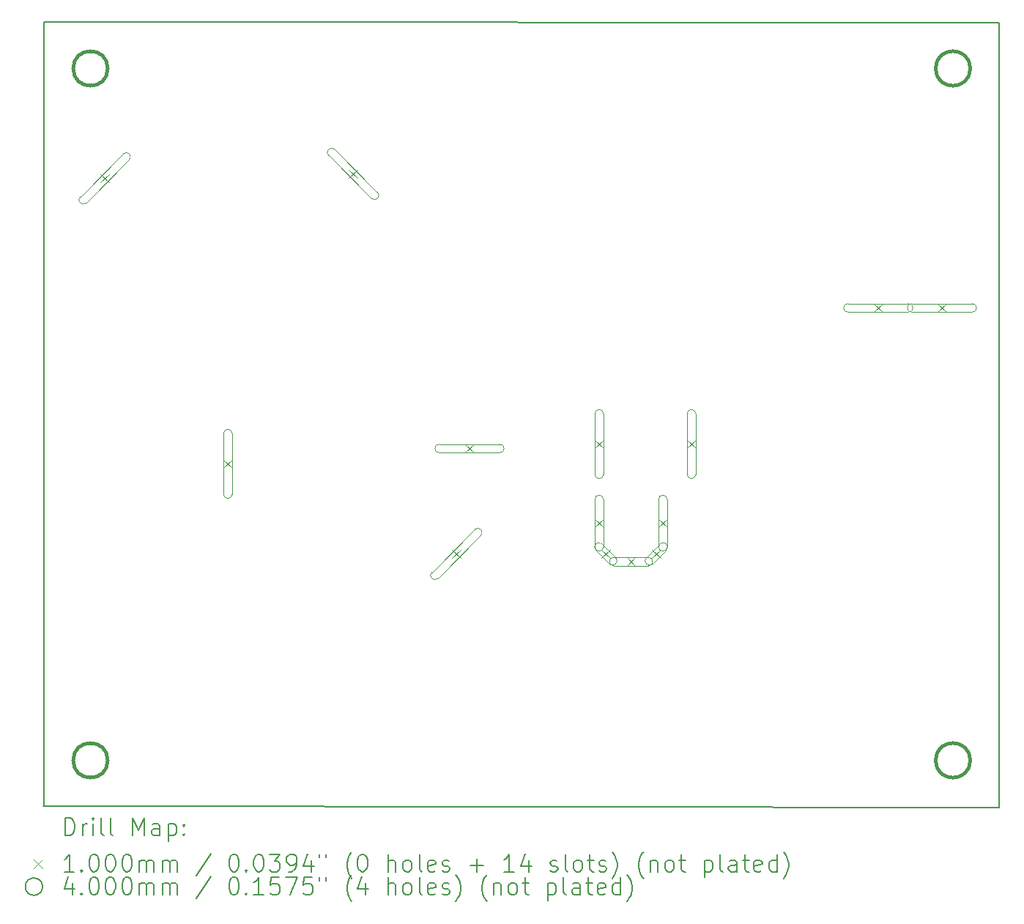
<source format=gbr>
%TF.GenerationSoftware,KiCad,Pcbnew,8.0.4-8.0.4-0~ubuntu22.04.1*%
%TF.CreationDate,2024-08-04T23:41:11-03:00*%
%TF.ProjectId,tesla_smps,7465736c-615f-4736-9d70-732e6b696361,0.2.0*%
%TF.SameCoordinates,Original*%
%TF.FileFunction,Drillmap*%
%TF.FilePolarity,Positive*%
%FSLAX45Y45*%
G04 Gerber Fmt 4.5, Leading zero omitted, Abs format (unit mm)*
G04 Created by KiCad (PCBNEW 8.0.4-8.0.4-0~ubuntu22.04.1) date 2024-08-04 23:41:11*
%MOMM*%
%LPD*%
G01*
G04 APERTURE LIST*
%ADD10C,0.150000*%
%ADD11C,0.200000*%
%ADD12C,0.100000*%
%ADD13C,0.400000*%
G04 APERTURE END LIST*
D10*
X18818860Y-5951220D02*
X7785100Y-5943600D01*
X18821400Y-15021560D02*
X18818860Y-5948680D01*
X7782560Y-5951220D02*
X7777480Y-15006320D01*
X8453120Y-15008860D02*
X7772400Y-15008860D01*
X18821400Y-15026640D02*
X8453120Y-15008860D01*
D11*
D12*
X8433600Y-7697000D02*
X8533600Y-7797000D01*
X8533600Y-7697000D02*
X8433600Y-7797000D01*
X8271468Y-8029843D02*
X8766443Y-7534868D01*
X8695732Y-7464157D02*
G75*
G02*
X8766443Y-7534868I35355J-35355D01*
G01*
X8695732Y-7464157D02*
X8200757Y-7959132D01*
X8200757Y-7959132D02*
G75*
G03*
X8271468Y-8029843I35355J-35355D01*
G01*
X9856000Y-10999000D02*
X9956000Y-11099000D01*
X9956000Y-10999000D02*
X9856000Y-11099000D01*
X9956000Y-11399000D02*
X9956000Y-10699000D01*
X9856000Y-10699000D02*
G75*
G02*
X9956000Y-10699000I50000J0D01*
G01*
X9856000Y-10699000D02*
X9856000Y-11399000D01*
X9856000Y-11399000D02*
G75*
G03*
X9956000Y-11399000I50000J0D01*
G01*
X11303800Y-7646200D02*
X11403800Y-7746200D01*
X11403800Y-7646200D02*
X11303800Y-7746200D01*
X11070957Y-7484068D02*
X11565932Y-7979043D01*
X11636643Y-7908332D02*
G75*
G02*
X11565932Y-7979043I-35355J-35355D01*
G01*
X11636643Y-7908332D02*
X11141668Y-7413357D01*
X11141668Y-7413357D02*
G75*
G03*
X11070957Y-7484068I-35355J-35355D01*
G01*
X12497600Y-12040400D02*
X12597600Y-12140400D01*
X12597600Y-12040400D02*
X12497600Y-12140400D01*
X12335468Y-12373243D02*
X12830443Y-11878268D01*
X12759732Y-11807557D02*
G75*
G02*
X12830443Y-11878268I35355J-35355D01*
G01*
X12759732Y-11807557D02*
X12264757Y-12302532D01*
X12264757Y-12302532D02*
G75*
G03*
X12335468Y-12373243I35355J-35355D01*
G01*
X12650000Y-10821200D02*
X12750000Y-10921200D01*
X12750000Y-10821200D02*
X12650000Y-10921200D01*
X12350000Y-10921200D02*
X13050000Y-10921200D01*
X13050000Y-10821200D02*
G75*
G02*
X13050000Y-10921200I0J-50000D01*
G01*
X13050000Y-10821200D02*
X12350000Y-10821200D01*
X12350000Y-10821200D02*
G75*
G03*
X12350000Y-10921200I0J-50000D01*
G01*
X14148600Y-10770400D02*
X14248600Y-10870400D01*
X14248600Y-10770400D02*
X14148600Y-10870400D01*
X14148600Y-10470400D02*
X14148600Y-11170400D01*
X14248600Y-11170400D02*
G75*
G02*
X14148600Y-11170400I-50000J0D01*
G01*
X14248600Y-11170400D02*
X14248600Y-10470400D01*
X14248600Y-10470400D02*
G75*
G03*
X14148600Y-10470400I-50000J0D01*
G01*
X14148600Y-11684800D02*
X14248600Y-11784800D01*
X14248600Y-11684800D02*
X14148600Y-11784800D01*
X14248600Y-12009800D02*
X14248600Y-11459800D01*
X14148600Y-11459800D02*
G75*
G02*
X14248600Y-11459800I50000J0D01*
G01*
X14148600Y-11459800D02*
X14148600Y-12009800D01*
X14148600Y-12009800D02*
G75*
G03*
X14248600Y-12009800I50000J0D01*
G01*
X14224800Y-12040400D02*
X14324800Y-12140400D01*
X14324800Y-12040400D02*
X14224800Y-12140400D01*
X14389705Y-12134594D02*
X14230606Y-11975495D01*
X14159895Y-12046206D02*
G75*
G02*
X14230606Y-11975495I35355J35355D01*
G01*
X14159895Y-12046206D02*
X14318994Y-12205305D01*
X14318994Y-12205305D02*
G75*
G03*
X14389705Y-12134594I35355J35355D01*
G01*
X14516900Y-12129300D02*
X14616900Y-12229300D01*
X14616900Y-12129300D02*
X14516900Y-12229300D01*
X14766900Y-12129300D02*
X14366900Y-12129300D01*
X14366900Y-12229300D02*
G75*
G02*
X14366900Y-12129300I0J50000D01*
G01*
X14366900Y-12229300D02*
X14766900Y-12229300D01*
X14766900Y-12229300D02*
G75*
G03*
X14766900Y-12129300I0J50000D01*
G01*
X14809000Y-12040400D02*
X14909000Y-12140400D01*
X14909000Y-12040400D02*
X14809000Y-12140400D01*
X14814806Y-12205305D02*
X14973905Y-12046206D01*
X14903194Y-11975495D02*
G75*
G02*
X14973905Y-12046206I35355J-35355D01*
G01*
X14903194Y-11975495D02*
X14744095Y-12134594D01*
X14744095Y-12134594D02*
G75*
G03*
X14814806Y-12205305I35355J-35355D01*
G01*
X14885200Y-11684800D02*
X14985200Y-11784800D01*
X14985200Y-11684800D02*
X14885200Y-11784800D01*
X14985200Y-12009800D02*
X14985200Y-11459800D01*
X14885200Y-11459800D02*
G75*
G02*
X14985200Y-11459800I50000J0D01*
G01*
X14885200Y-11459800D02*
X14885200Y-12009800D01*
X14885200Y-12009800D02*
G75*
G03*
X14985200Y-12009800I50000J0D01*
G01*
X15215400Y-10770400D02*
X15315400Y-10870400D01*
X15315400Y-10770400D02*
X15215400Y-10870400D01*
X15215400Y-10470400D02*
X15215400Y-11170400D01*
X15315400Y-11170400D02*
G75*
G02*
X15215400Y-11170400I-50000J0D01*
G01*
X15315400Y-11170400D02*
X15315400Y-10470400D01*
X15315400Y-10470400D02*
G75*
G03*
X15215400Y-10470400I-50000J0D01*
G01*
X17374400Y-9195600D02*
X17474400Y-9295600D01*
X17474400Y-9195600D02*
X17374400Y-9295600D01*
X17074400Y-9295600D02*
X17774400Y-9295600D01*
X17774400Y-9195600D02*
G75*
G02*
X17774400Y-9295600I0J-50000D01*
G01*
X17774400Y-9195600D02*
X17074400Y-9195600D01*
X17074400Y-9195600D02*
G75*
G03*
X17074400Y-9295600I0J-50000D01*
G01*
X18111000Y-9195600D02*
X18211000Y-9295600D01*
X18211000Y-9195600D02*
X18111000Y-9295600D01*
X17811000Y-9295600D02*
X18511000Y-9295600D01*
X18511000Y-9195600D02*
G75*
G02*
X18511000Y-9295600I0J-50000D01*
G01*
X18511000Y-9195600D02*
X17811000Y-9195600D01*
X17811000Y-9195600D02*
G75*
G03*
X17811000Y-9295600I0J-50000D01*
G01*
D13*
X8518500Y-6477000D02*
G75*
G02*
X8118500Y-6477000I-200000J0D01*
G01*
X8118500Y-6477000D02*
G75*
G02*
X8518500Y-6477000I200000J0D01*
G01*
X8518500Y-14478000D02*
G75*
G02*
X8118500Y-14478000I-200000J0D01*
G01*
X8118500Y-14478000D02*
G75*
G02*
X8518500Y-14478000I200000J0D01*
G01*
X18488000Y-6477000D02*
G75*
G02*
X18088000Y-6477000I-200000J0D01*
G01*
X18088000Y-6477000D02*
G75*
G02*
X18488000Y-6477000I200000J0D01*
G01*
X18488000Y-14478000D02*
G75*
G02*
X18088000Y-14478000I-200000J0D01*
G01*
X18088000Y-14478000D02*
G75*
G02*
X18488000Y-14478000I200000J0D01*
G01*
D11*
X8025677Y-15345624D02*
X8025677Y-15145624D01*
X8025677Y-15145624D02*
X8073296Y-15145624D01*
X8073296Y-15145624D02*
X8101867Y-15155148D01*
X8101867Y-15155148D02*
X8120915Y-15174195D01*
X8120915Y-15174195D02*
X8130439Y-15193243D01*
X8130439Y-15193243D02*
X8139962Y-15231338D01*
X8139962Y-15231338D02*
X8139962Y-15259909D01*
X8139962Y-15259909D02*
X8130439Y-15298005D01*
X8130439Y-15298005D02*
X8120915Y-15317052D01*
X8120915Y-15317052D02*
X8101867Y-15336100D01*
X8101867Y-15336100D02*
X8073296Y-15345624D01*
X8073296Y-15345624D02*
X8025677Y-15345624D01*
X8225677Y-15345624D02*
X8225677Y-15212290D01*
X8225677Y-15250386D02*
X8235201Y-15231338D01*
X8235201Y-15231338D02*
X8244724Y-15221814D01*
X8244724Y-15221814D02*
X8263772Y-15212290D01*
X8263772Y-15212290D02*
X8282820Y-15212290D01*
X8349486Y-15345624D02*
X8349486Y-15212290D01*
X8349486Y-15145624D02*
X8339962Y-15155148D01*
X8339962Y-15155148D02*
X8349486Y-15164671D01*
X8349486Y-15164671D02*
X8359010Y-15155148D01*
X8359010Y-15155148D02*
X8349486Y-15145624D01*
X8349486Y-15145624D02*
X8349486Y-15164671D01*
X8473296Y-15345624D02*
X8454248Y-15336100D01*
X8454248Y-15336100D02*
X8444724Y-15317052D01*
X8444724Y-15317052D02*
X8444724Y-15145624D01*
X8578058Y-15345624D02*
X8559010Y-15336100D01*
X8559010Y-15336100D02*
X8549486Y-15317052D01*
X8549486Y-15317052D02*
X8549486Y-15145624D01*
X8806629Y-15345624D02*
X8806629Y-15145624D01*
X8806629Y-15145624D02*
X8873296Y-15288481D01*
X8873296Y-15288481D02*
X8939963Y-15145624D01*
X8939963Y-15145624D02*
X8939963Y-15345624D01*
X9120915Y-15345624D02*
X9120915Y-15240862D01*
X9120915Y-15240862D02*
X9111391Y-15221814D01*
X9111391Y-15221814D02*
X9092344Y-15212290D01*
X9092344Y-15212290D02*
X9054248Y-15212290D01*
X9054248Y-15212290D02*
X9035201Y-15221814D01*
X9120915Y-15336100D02*
X9101867Y-15345624D01*
X9101867Y-15345624D02*
X9054248Y-15345624D01*
X9054248Y-15345624D02*
X9035201Y-15336100D01*
X9035201Y-15336100D02*
X9025677Y-15317052D01*
X9025677Y-15317052D02*
X9025677Y-15298005D01*
X9025677Y-15298005D02*
X9035201Y-15278957D01*
X9035201Y-15278957D02*
X9054248Y-15269433D01*
X9054248Y-15269433D02*
X9101867Y-15269433D01*
X9101867Y-15269433D02*
X9120915Y-15259909D01*
X9216153Y-15212290D02*
X9216153Y-15412290D01*
X9216153Y-15221814D02*
X9235201Y-15212290D01*
X9235201Y-15212290D02*
X9273296Y-15212290D01*
X9273296Y-15212290D02*
X9292344Y-15221814D01*
X9292344Y-15221814D02*
X9301867Y-15231338D01*
X9301867Y-15231338D02*
X9311391Y-15250386D01*
X9311391Y-15250386D02*
X9311391Y-15307528D01*
X9311391Y-15307528D02*
X9301867Y-15326576D01*
X9301867Y-15326576D02*
X9292344Y-15336100D01*
X9292344Y-15336100D02*
X9273296Y-15345624D01*
X9273296Y-15345624D02*
X9235201Y-15345624D01*
X9235201Y-15345624D02*
X9216153Y-15336100D01*
X9397105Y-15326576D02*
X9406629Y-15336100D01*
X9406629Y-15336100D02*
X9397105Y-15345624D01*
X9397105Y-15345624D02*
X9387582Y-15336100D01*
X9387582Y-15336100D02*
X9397105Y-15326576D01*
X9397105Y-15326576D02*
X9397105Y-15345624D01*
X9397105Y-15221814D02*
X9406629Y-15231338D01*
X9406629Y-15231338D02*
X9397105Y-15240862D01*
X9397105Y-15240862D02*
X9387582Y-15231338D01*
X9387582Y-15231338D02*
X9397105Y-15221814D01*
X9397105Y-15221814D02*
X9397105Y-15240862D01*
D12*
X7664900Y-15624140D02*
X7764900Y-15724140D01*
X7764900Y-15624140D02*
X7664900Y-15724140D01*
D11*
X8130439Y-15765624D02*
X8016153Y-15765624D01*
X8073296Y-15765624D02*
X8073296Y-15565624D01*
X8073296Y-15565624D02*
X8054248Y-15594195D01*
X8054248Y-15594195D02*
X8035201Y-15613243D01*
X8035201Y-15613243D02*
X8016153Y-15622767D01*
X8216153Y-15746576D02*
X8225677Y-15756100D01*
X8225677Y-15756100D02*
X8216153Y-15765624D01*
X8216153Y-15765624D02*
X8206629Y-15756100D01*
X8206629Y-15756100D02*
X8216153Y-15746576D01*
X8216153Y-15746576D02*
X8216153Y-15765624D01*
X8349486Y-15565624D02*
X8368534Y-15565624D01*
X8368534Y-15565624D02*
X8387582Y-15575148D01*
X8387582Y-15575148D02*
X8397105Y-15584671D01*
X8397105Y-15584671D02*
X8406629Y-15603719D01*
X8406629Y-15603719D02*
X8416153Y-15641814D01*
X8416153Y-15641814D02*
X8416153Y-15689433D01*
X8416153Y-15689433D02*
X8406629Y-15727528D01*
X8406629Y-15727528D02*
X8397105Y-15746576D01*
X8397105Y-15746576D02*
X8387582Y-15756100D01*
X8387582Y-15756100D02*
X8368534Y-15765624D01*
X8368534Y-15765624D02*
X8349486Y-15765624D01*
X8349486Y-15765624D02*
X8330439Y-15756100D01*
X8330439Y-15756100D02*
X8320915Y-15746576D01*
X8320915Y-15746576D02*
X8311391Y-15727528D01*
X8311391Y-15727528D02*
X8301867Y-15689433D01*
X8301867Y-15689433D02*
X8301867Y-15641814D01*
X8301867Y-15641814D02*
X8311391Y-15603719D01*
X8311391Y-15603719D02*
X8320915Y-15584671D01*
X8320915Y-15584671D02*
X8330439Y-15575148D01*
X8330439Y-15575148D02*
X8349486Y-15565624D01*
X8539963Y-15565624D02*
X8559010Y-15565624D01*
X8559010Y-15565624D02*
X8578058Y-15575148D01*
X8578058Y-15575148D02*
X8587582Y-15584671D01*
X8587582Y-15584671D02*
X8597105Y-15603719D01*
X8597105Y-15603719D02*
X8606629Y-15641814D01*
X8606629Y-15641814D02*
X8606629Y-15689433D01*
X8606629Y-15689433D02*
X8597105Y-15727528D01*
X8597105Y-15727528D02*
X8587582Y-15746576D01*
X8587582Y-15746576D02*
X8578058Y-15756100D01*
X8578058Y-15756100D02*
X8559010Y-15765624D01*
X8559010Y-15765624D02*
X8539963Y-15765624D01*
X8539963Y-15765624D02*
X8520915Y-15756100D01*
X8520915Y-15756100D02*
X8511391Y-15746576D01*
X8511391Y-15746576D02*
X8501867Y-15727528D01*
X8501867Y-15727528D02*
X8492344Y-15689433D01*
X8492344Y-15689433D02*
X8492344Y-15641814D01*
X8492344Y-15641814D02*
X8501867Y-15603719D01*
X8501867Y-15603719D02*
X8511391Y-15584671D01*
X8511391Y-15584671D02*
X8520915Y-15575148D01*
X8520915Y-15575148D02*
X8539963Y-15565624D01*
X8730439Y-15565624D02*
X8749486Y-15565624D01*
X8749486Y-15565624D02*
X8768534Y-15575148D01*
X8768534Y-15575148D02*
X8778058Y-15584671D01*
X8778058Y-15584671D02*
X8787582Y-15603719D01*
X8787582Y-15603719D02*
X8797105Y-15641814D01*
X8797105Y-15641814D02*
X8797105Y-15689433D01*
X8797105Y-15689433D02*
X8787582Y-15727528D01*
X8787582Y-15727528D02*
X8778058Y-15746576D01*
X8778058Y-15746576D02*
X8768534Y-15756100D01*
X8768534Y-15756100D02*
X8749486Y-15765624D01*
X8749486Y-15765624D02*
X8730439Y-15765624D01*
X8730439Y-15765624D02*
X8711391Y-15756100D01*
X8711391Y-15756100D02*
X8701867Y-15746576D01*
X8701867Y-15746576D02*
X8692344Y-15727528D01*
X8692344Y-15727528D02*
X8682820Y-15689433D01*
X8682820Y-15689433D02*
X8682820Y-15641814D01*
X8682820Y-15641814D02*
X8692344Y-15603719D01*
X8692344Y-15603719D02*
X8701867Y-15584671D01*
X8701867Y-15584671D02*
X8711391Y-15575148D01*
X8711391Y-15575148D02*
X8730439Y-15565624D01*
X8882820Y-15765624D02*
X8882820Y-15632290D01*
X8882820Y-15651338D02*
X8892344Y-15641814D01*
X8892344Y-15641814D02*
X8911391Y-15632290D01*
X8911391Y-15632290D02*
X8939963Y-15632290D01*
X8939963Y-15632290D02*
X8959010Y-15641814D01*
X8959010Y-15641814D02*
X8968534Y-15660862D01*
X8968534Y-15660862D02*
X8968534Y-15765624D01*
X8968534Y-15660862D02*
X8978058Y-15641814D01*
X8978058Y-15641814D02*
X8997105Y-15632290D01*
X8997105Y-15632290D02*
X9025677Y-15632290D01*
X9025677Y-15632290D02*
X9044725Y-15641814D01*
X9044725Y-15641814D02*
X9054248Y-15660862D01*
X9054248Y-15660862D02*
X9054248Y-15765624D01*
X9149486Y-15765624D02*
X9149486Y-15632290D01*
X9149486Y-15651338D02*
X9159010Y-15641814D01*
X9159010Y-15641814D02*
X9178058Y-15632290D01*
X9178058Y-15632290D02*
X9206629Y-15632290D01*
X9206629Y-15632290D02*
X9225677Y-15641814D01*
X9225677Y-15641814D02*
X9235201Y-15660862D01*
X9235201Y-15660862D02*
X9235201Y-15765624D01*
X9235201Y-15660862D02*
X9244725Y-15641814D01*
X9244725Y-15641814D02*
X9263772Y-15632290D01*
X9263772Y-15632290D02*
X9292344Y-15632290D01*
X9292344Y-15632290D02*
X9311391Y-15641814D01*
X9311391Y-15641814D02*
X9320915Y-15660862D01*
X9320915Y-15660862D02*
X9320915Y-15765624D01*
X9711391Y-15556100D02*
X9539963Y-15813243D01*
X9968534Y-15565624D02*
X9987582Y-15565624D01*
X9987582Y-15565624D02*
X10006629Y-15575148D01*
X10006629Y-15575148D02*
X10016153Y-15584671D01*
X10016153Y-15584671D02*
X10025677Y-15603719D01*
X10025677Y-15603719D02*
X10035201Y-15641814D01*
X10035201Y-15641814D02*
X10035201Y-15689433D01*
X10035201Y-15689433D02*
X10025677Y-15727528D01*
X10025677Y-15727528D02*
X10016153Y-15746576D01*
X10016153Y-15746576D02*
X10006629Y-15756100D01*
X10006629Y-15756100D02*
X9987582Y-15765624D01*
X9987582Y-15765624D02*
X9968534Y-15765624D01*
X9968534Y-15765624D02*
X9949487Y-15756100D01*
X9949487Y-15756100D02*
X9939963Y-15746576D01*
X9939963Y-15746576D02*
X9930439Y-15727528D01*
X9930439Y-15727528D02*
X9920915Y-15689433D01*
X9920915Y-15689433D02*
X9920915Y-15641814D01*
X9920915Y-15641814D02*
X9930439Y-15603719D01*
X9930439Y-15603719D02*
X9939963Y-15584671D01*
X9939963Y-15584671D02*
X9949487Y-15575148D01*
X9949487Y-15575148D02*
X9968534Y-15565624D01*
X10120915Y-15746576D02*
X10130439Y-15756100D01*
X10130439Y-15756100D02*
X10120915Y-15765624D01*
X10120915Y-15765624D02*
X10111391Y-15756100D01*
X10111391Y-15756100D02*
X10120915Y-15746576D01*
X10120915Y-15746576D02*
X10120915Y-15765624D01*
X10254248Y-15565624D02*
X10273296Y-15565624D01*
X10273296Y-15565624D02*
X10292344Y-15575148D01*
X10292344Y-15575148D02*
X10301868Y-15584671D01*
X10301868Y-15584671D02*
X10311391Y-15603719D01*
X10311391Y-15603719D02*
X10320915Y-15641814D01*
X10320915Y-15641814D02*
X10320915Y-15689433D01*
X10320915Y-15689433D02*
X10311391Y-15727528D01*
X10311391Y-15727528D02*
X10301868Y-15746576D01*
X10301868Y-15746576D02*
X10292344Y-15756100D01*
X10292344Y-15756100D02*
X10273296Y-15765624D01*
X10273296Y-15765624D02*
X10254248Y-15765624D01*
X10254248Y-15765624D02*
X10235201Y-15756100D01*
X10235201Y-15756100D02*
X10225677Y-15746576D01*
X10225677Y-15746576D02*
X10216153Y-15727528D01*
X10216153Y-15727528D02*
X10206629Y-15689433D01*
X10206629Y-15689433D02*
X10206629Y-15641814D01*
X10206629Y-15641814D02*
X10216153Y-15603719D01*
X10216153Y-15603719D02*
X10225677Y-15584671D01*
X10225677Y-15584671D02*
X10235201Y-15575148D01*
X10235201Y-15575148D02*
X10254248Y-15565624D01*
X10387582Y-15565624D02*
X10511391Y-15565624D01*
X10511391Y-15565624D02*
X10444725Y-15641814D01*
X10444725Y-15641814D02*
X10473296Y-15641814D01*
X10473296Y-15641814D02*
X10492344Y-15651338D01*
X10492344Y-15651338D02*
X10501868Y-15660862D01*
X10501868Y-15660862D02*
X10511391Y-15679909D01*
X10511391Y-15679909D02*
X10511391Y-15727528D01*
X10511391Y-15727528D02*
X10501868Y-15746576D01*
X10501868Y-15746576D02*
X10492344Y-15756100D01*
X10492344Y-15756100D02*
X10473296Y-15765624D01*
X10473296Y-15765624D02*
X10416153Y-15765624D01*
X10416153Y-15765624D02*
X10397106Y-15756100D01*
X10397106Y-15756100D02*
X10387582Y-15746576D01*
X10606629Y-15765624D02*
X10644725Y-15765624D01*
X10644725Y-15765624D02*
X10663772Y-15756100D01*
X10663772Y-15756100D02*
X10673296Y-15746576D01*
X10673296Y-15746576D02*
X10692344Y-15718005D01*
X10692344Y-15718005D02*
X10701868Y-15679909D01*
X10701868Y-15679909D02*
X10701868Y-15603719D01*
X10701868Y-15603719D02*
X10692344Y-15584671D01*
X10692344Y-15584671D02*
X10682820Y-15575148D01*
X10682820Y-15575148D02*
X10663772Y-15565624D01*
X10663772Y-15565624D02*
X10625677Y-15565624D01*
X10625677Y-15565624D02*
X10606629Y-15575148D01*
X10606629Y-15575148D02*
X10597106Y-15584671D01*
X10597106Y-15584671D02*
X10587582Y-15603719D01*
X10587582Y-15603719D02*
X10587582Y-15651338D01*
X10587582Y-15651338D02*
X10597106Y-15670386D01*
X10597106Y-15670386D02*
X10606629Y-15679909D01*
X10606629Y-15679909D02*
X10625677Y-15689433D01*
X10625677Y-15689433D02*
X10663772Y-15689433D01*
X10663772Y-15689433D02*
X10682820Y-15679909D01*
X10682820Y-15679909D02*
X10692344Y-15670386D01*
X10692344Y-15670386D02*
X10701868Y-15651338D01*
X10873296Y-15632290D02*
X10873296Y-15765624D01*
X10825677Y-15556100D02*
X10778058Y-15698957D01*
X10778058Y-15698957D02*
X10901868Y-15698957D01*
X10968534Y-15565624D02*
X10968534Y-15603719D01*
X11044725Y-15565624D02*
X11044725Y-15603719D01*
X11339963Y-15841814D02*
X11330439Y-15832290D01*
X11330439Y-15832290D02*
X11311391Y-15803719D01*
X11311391Y-15803719D02*
X11301868Y-15784671D01*
X11301868Y-15784671D02*
X11292344Y-15756100D01*
X11292344Y-15756100D02*
X11282820Y-15708481D01*
X11282820Y-15708481D02*
X11282820Y-15670386D01*
X11282820Y-15670386D02*
X11292344Y-15622767D01*
X11292344Y-15622767D02*
X11301868Y-15594195D01*
X11301868Y-15594195D02*
X11311391Y-15575148D01*
X11311391Y-15575148D02*
X11330439Y-15546576D01*
X11330439Y-15546576D02*
X11339963Y-15537052D01*
X11454248Y-15565624D02*
X11473296Y-15565624D01*
X11473296Y-15565624D02*
X11492344Y-15575148D01*
X11492344Y-15575148D02*
X11501868Y-15584671D01*
X11501868Y-15584671D02*
X11511391Y-15603719D01*
X11511391Y-15603719D02*
X11520915Y-15641814D01*
X11520915Y-15641814D02*
X11520915Y-15689433D01*
X11520915Y-15689433D02*
X11511391Y-15727528D01*
X11511391Y-15727528D02*
X11501868Y-15746576D01*
X11501868Y-15746576D02*
X11492344Y-15756100D01*
X11492344Y-15756100D02*
X11473296Y-15765624D01*
X11473296Y-15765624D02*
X11454248Y-15765624D01*
X11454248Y-15765624D02*
X11435201Y-15756100D01*
X11435201Y-15756100D02*
X11425677Y-15746576D01*
X11425677Y-15746576D02*
X11416153Y-15727528D01*
X11416153Y-15727528D02*
X11406629Y-15689433D01*
X11406629Y-15689433D02*
X11406629Y-15641814D01*
X11406629Y-15641814D02*
X11416153Y-15603719D01*
X11416153Y-15603719D02*
X11425677Y-15584671D01*
X11425677Y-15584671D02*
X11435201Y-15575148D01*
X11435201Y-15575148D02*
X11454248Y-15565624D01*
X11759010Y-15765624D02*
X11759010Y-15565624D01*
X11844725Y-15765624D02*
X11844725Y-15660862D01*
X11844725Y-15660862D02*
X11835201Y-15641814D01*
X11835201Y-15641814D02*
X11816153Y-15632290D01*
X11816153Y-15632290D02*
X11787582Y-15632290D01*
X11787582Y-15632290D02*
X11768534Y-15641814D01*
X11768534Y-15641814D02*
X11759010Y-15651338D01*
X11968534Y-15765624D02*
X11949487Y-15756100D01*
X11949487Y-15756100D02*
X11939963Y-15746576D01*
X11939963Y-15746576D02*
X11930439Y-15727528D01*
X11930439Y-15727528D02*
X11930439Y-15670386D01*
X11930439Y-15670386D02*
X11939963Y-15651338D01*
X11939963Y-15651338D02*
X11949487Y-15641814D01*
X11949487Y-15641814D02*
X11968534Y-15632290D01*
X11968534Y-15632290D02*
X11997106Y-15632290D01*
X11997106Y-15632290D02*
X12016153Y-15641814D01*
X12016153Y-15641814D02*
X12025677Y-15651338D01*
X12025677Y-15651338D02*
X12035201Y-15670386D01*
X12035201Y-15670386D02*
X12035201Y-15727528D01*
X12035201Y-15727528D02*
X12025677Y-15746576D01*
X12025677Y-15746576D02*
X12016153Y-15756100D01*
X12016153Y-15756100D02*
X11997106Y-15765624D01*
X11997106Y-15765624D02*
X11968534Y-15765624D01*
X12149487Y-15765624D02*
X12130439Y-15756100D01*
X12130439Y-15756100D02*
X12120915Y-15737052D01*
X12120915Y-15737052D02*
X12120915Y-15565624D01*
X12301868Y-15756100D02*
X12282820Y-15765624D01*
X12282820Y-15765624D02*
X12244725Y-15765624D01*
X12244725Y-15765624D02*
X12225677Y-15756100D01*
X12225677Y-15756100D02*
X12216153Y-15737052D01*
X12216153Y-15737052D02*
X12216153Y-15660862D01*
X12216153Y-15660862D02*
X12225677Y-15641814D01*
X12225677Y-15641814D02*
X12244725Y-15632290D01*
X12244725Y-15632290D02*
X12282820Y-15632290D01*
X12282820Y-15632290D02*
X12301868Y-15641814D01*
X12301868Y-15641814D02*
X12311391Y-15660862D01*
X12311391Y-15660862D02*
X12311391Y-15679909D01*
X12311391Y-15679909D02*
X12216153Y-15698957D01*
X12387582Y-15756100D02*
X12406630Y-15765624D01*
X12406630Y-15765624D02*
X12444725Y-15765624D01*
X12444725Y-15765624D02*
X12463772Y-15756100D01*
X12463772Y-15756100D02*
X12473296Y-15737052D01*
X12473296Y-15737052D02*
X12473296Y-15727528D01*
X12473296Y-15727528D02*
X12463772Y-15708481D01*
X12463772Y-15708481D02*
X12444725Y-15698957D01*
X12444725Y-15698957D02*
X12416153Y-15698957D01*
X12416153Y-15698957D02*
X12397106Y-15689433D01*
X12397106Y-15689433D02*
X12387582Y-15670386D01*
X12387582Y-15670386D02*
X12387582Y-15660862D01*
X12387582Y-15660862D02*
X12397106Y-15641814D01*
X12397106Y-15641814D02*
X12416153Y-15632290D01*
X12416153Y-15632290D02*
X12444725Y-15632290D01*
X12444725Y-15632290D02*
X12463772Y-15641814D01*
X12711392Y-15689433D02*
X12863773Y-15689433D01*
X12787582Y-15765624D02*
X12787582Y-15613243D01*
X13216153Y-15765624D02*
X13101868Y-15765624D01*
X13159011Y-15765624D02*
X13159011Y-15565624D01*
X13159011Y-15565624D02*
X13139963Y-15594195D01*
X13139963Y-15594195D02*
X13120915Y-15613243D01*
X13120915Y-15613243D02*
X13101868Y-15622767D01*
X13387582Y-15632290D02*
X13387582Y-15765624D01*
X13339963Y-15556100D02*
X13292344Y-15698957D01*
X13292344Y-15698957D02*
X13416153Y-15698957D01*
X13635201Y-15756100D02*
X13654249Y-15765624D01*
X13654249Y-15765624D02*
X13692344Y-15765624D01*
X13692344Y-15765624D02*
X13711392Y-15756100D01*
X13711392Y-15756100D02*
X13720915Y-15737052D01*
X13720915Y-15737052D02*
X13720915Y-15727528D01*
X13720915Y-15727528D02*
X13711392Y-15708481D01*
X13711392Y-15708481D02*
X13692344Y-15698957D01*
X13692344Y-15698957D02*
X13663773Y-15698957D01*
X13663773Y-15698957D02*
X13644725Y-15689433D01*
X13644725Y-15689433D02*
X13635201Y-15670386D01*
X13635201Y-15670386D02*
X13635201Y-15660862D01*
X13635201Y-15660862D02*
X13644725Y-15641814D01*
X13644725Y-15641814D02*
X13663773Y-15632290D01*
X13663773Y-15632290D02*
X13692344Y-15632290D01*
X13692344Y-15632290D02*
X13711392Y-15641814D01*
X13835201Y-15765624D02*
X13816154Y-15756100D01*
X13816154Y-15756100D02*
X13806630Y-15737052D01*
X13806630Y-15737052D02*
X13806630Y-15565624D01*
X13939963Y-15765624D02*
X13920915Y-15756100D01*
X13920915Y-15756100D02*
X13911392Y-15746576D01*
X13911392Y-15746576D02*
X13901868Y-15727528D01*
X13901868Y-15727528D02*
X13901868Y-15670386D01*
X13901868Y-15670386D02*
X13911392Y-15651338D01*
X13911392Y-15651338D02*
X13920915Y-15641814D01*
X13920915Y-15641814D02*
X13939963Y-15632290D01*
X13939963Y-15632290D02*
X13968535Y-15632290D01*
X13968535Y-15632290D02*
X13987582Y-15641814D01*
X13987582Y-15641814D02*
X13997106Y-15651338D01*
X13997106Y-15651338D02*
X14006630Y-15670386D01*
X14006630Y-15670386D02*
X14006630Y-15727528D01*
X14006630Y-15727528D02*
X13997106Y-15746576D01*
X13997106Y-15746576D02*
X13987582Y-15756100D01*
X13987582Y-15756100D02*
X13968535Y-15765624D01*
X13968535Y-15765624D02*
X13939963Y-15765624D01*
X14063773Y-15632290D02*
X14139963Y-15632290D01*
X14092344Y-15565624D02*
X14092344Y-15737052D01*
X14092344Y-15737052D02*
X14101868Y-15756100D01*
X14101868Y-15756100D02*
X14120915Y-15765624D01*
X14120915Y-15765624D02*
X14139963Y-15765624D01*
X14197106Y-15756100D02*
X14216154Y-15765624D01*
X14216154Y-15765624D02*
X14254249Y-15765624D01*
X14254249Y-15765624D02*
X14273296Y-15756100D01*
X14273296Y-15756100D02*
X14282820Y-15737052D01*
X14282820Y-15737052D02*
X14282820Y-15727528D01*
X14282820Y-15727528D02*
X14273296Y-15708481D01*
X14273296Y-15708481D02*
X14254249Y-15698957D01*
X14254249Y-15698957D02*
X14225677Y-15698957D01*
X14225677Y-15698957D02*
X14206630Y-15689433D01*
X14206630Y-15689433D02*
X14197106Y-15670386D01*
X14197106Y-15670386D02*
X14197106Y-15660862D01*
X14197106Y-15660862D02*
X14206630Y-15641814D01*
X14206630Y-15641814D02*
X14225677Y-15632290D01*
X14225677Y-15632290D02*
X14254249Y-15632290D01*
X14254249Y-15632290D02*
X14273296Y-15641814D01*
X14349487Y-15841814D02*
X14359011Y-15832290D01*
X14359011Y-15832290D02*
X14378058Y-15803719D01*
X14378058Y-15803719D02*
X14387582Y-15784671D01*
X14387582Y-15784671D02*
X14397106Y-15756100D01*
X14397106Y-15756100D02*
X14406630Y-15708481D01*
X14406630Y-15708481D02*
X14406630Y-15670386D01*
X14406630Y-15670386D02*
X14397106Y-15622767D01*
X14397106Y-15622767D02*
X14387582Y-15594195D01*
X14387582Y-15594195D02*
X14378058Y-15575148D01*
X14378058Y-15575148D02*
X14359011Y-15546576D01*
X14359011Y-15546576D02*
X14349487Y-15537052D01*
X14711392Y-15841814D02*
X14701868Y-15832290D01*
X14701868Y-15832290D02*
X14682820Y-15803719D01*
X14682820Y-15803719D02*
X14673296Y-15784671D01*
X14673296Y-15784671D02*
X14663773Y-15756100D01*
X14663773Y-15756100D02*
X14654249Y-15708481D01*
X14654249Y-15708481D02*
X14654249Y-15670386D01*
X14654249Y-15670386D02*
X14663773Y-15622767D01*
X14663773Y-15622767D02*
X14673296Y-15594195D01*
X14673296Y-15594195D02*
X14682820Y-15575148D01*
X14682820Y-15575148D02*
X14701868Y-15546576D01*
X14701868Y-15546576D02*
X14711392Y-15537052D01*
X14787582Y-15632290D02*
X14787582Y-15765624D01*
X14787582Y-15651338D02*
X14797106Y-15641814D01*
X14797106Y-15641814D02*
X14816154Y-15632290D01*
X14816154Y-15632290D02*
X14844725Y-15632290D01*
X14844725Y-15632290D02*
X14863773Y-15641814D01*
X14863773Y-15641814D02*
X14873296Y-15660862D01*
X14873296Y-15660862D02*
X14873296Y-15765624D01*
X14997106Y-15765624D02*
X14978058Y-15756100D01*
X14978058Y-15756100D02*
X14968535Y-15746576D01*
X14968535Y-15746576D02*
X14959011Y-15727528D01*
X14959011Y-15727528D02*
X14959011Y-15670386D01*
X14959011Y-15670386D02*
X14968535Y-15651338D01*
X14968535Y-15651338D02*
X14978058Y-15641814D01*
X14978058Y-15641814D02*
X14997106Y-15632290D01*
X14997106Y-15632290D02*
X15025677Y-15632290D01*
X15025677Y-15632290D02*
X15044725Y-15641814D01*
X15044725Y-15641814D02*
X15054249Y-15651338D01*
X15054249Y-15651338D02*
X15063773Y-15670386D01*
X15063773Y-15670386D02*
X15063773Y-15727528D01*
X15063773Y-15727528D02*
X15054249Y-15746576D01*
X15054249Y-15746576D02*
X15044725Y-15756100D01*
X15044725Y-15756100D02*
X15025677Y-15765624D01*
X15025677Y-15765624D02*
X14997106Y-15765624D01*
X15120916Y-15632290D02*
X15197106Y-15632290D01*
X15149487Y-15565624D02*
X15149487Y-15737052D01*
X15149487Y-15737052D02*
X15159011Y-15756100D01*
X15159011Y-15756100D02*
X15178058Y-15765624D01*
X15178058Y-15765624D02*
X15197106Y-15765624D01*
X15416154Y-15632290D02*
X15416154Y-15832290D01*
X15416154Y-15641814D02*
X15435201Y-15632290D01*
X15435201Y-15632290D02*
X15473297Y-15632290D01*
X15473297Y-15632290D02*
X15492344Y-15641814D01*
X15492344Y-15641814D02*
X15501868Y-15651338D01*
X15501868Y-15651338D02*
X15511392Y-15670386D01*
X15511392Y-15670386D02*
X15511392Y-15727528D01*
X15511392Y-15727528D02*
X15501868Y-15746576D01*
X15501868Y-15746576D02*
X15492344Y-15756100D01*
X15492344Y-15756100D02*
X15473297Y-15765624D01*
X15473297Y-15765624D02*
X15435201Y-15765624D01*
X15435201Y-15765624D02*
X15416154Y-15756100D01*
X15625677Y-15765624D02*
X15606630Y-15756100D01*
X15606630Y-15756100D02*
X15597106Y-15737052D01*
X15597106Y-15737052D02*
X15597106Y-15565624D01*
X15787582Y-15765624D02*
X15787582Y-15660862D01*
X15787582Y-15660862D02*
X15778058Y-15641814D01*
X15778058Y-15641814D02*
X15759011Y-15632290D01*
X15759011Y-15632290D02*
X15720916Y-15632290D01*
X15720916Y-15632290D02*
X15701868Y-15641814D01*
X15787582Y-15756100D02*
X15768535Y-15765624D01*
X15768535Y-15765624D02*
X15720916Y-15765624D01*
X15720916Y-15765624D02*
X15701868Y-15756100D01*
X15701868Y-15756100D02*
X15692344Y-15737052D01*
X15692344Y-15737052D02*
X15692344Y-15718005D01*
X15692344Y-15718005D02*
X15701868Y-15698957D01*
X15701868Y-15698957D02*
X15720916Y-15689433D01*
X15720916Y-15689433D02*
X15768535Y-15689433D01*
X15768535Y-15689433D02*
X15787582Y-15679909D01*
X15854249Y-15632290D02*
X15930439Y-15632290D01*
X15882820Y-15565624D02*
X15882820Y-15737052D01*
X15882820Y-15737052D02*
X15892344Y-15756100D01*
X15892344Y-15756100D02*
X15911392Y-15765624D01*
X15911392Y-15765624D02*
X15930439Y-15765624D01*
X16073297Y-15756100D02*
X16054249Y-15765624D01*
X16054249Y-15765624D02*
X16016154Y-15765624D01*
X16016154Y-15765624D02*
X15997106Y-15756100D01*
X15997106Y-15756100D02*
X15987582Y-15737052D01*
X15987582Y-15737052D02*
X15987582Y-15660862D01*
X15987582Y-15660862D02*
X15997106Y-15641814D01*
X15997106Y-15641814D02*
X16016154Y-15632290D01*
X16016154Y-15632290D02*
X16054249Y-15632290D01*
X16054249Y-15632290D02*
X16073297Y-15641814D01*
X16073297Y-15641814D02*
X16082820Y-15660862D01*
X16082820Y-15660862D02*
X16082820Y-15679909D01*
X16082820Y-15679909D02*
X15987582Y-15698957D01*
X16254249Y-15765624D02*
X16254249Y-15565624D01*
X16254249Y-15756100D02*
X16235201Y-15765624D01*
X16235201Y-15765624D02*
X16197106Y-15765624D01*
X16197106Y-15765624D02*
X16178058Y-15756100D01*
X16178058Y-15756100D02*
X16168535Y-15746576D01*
X16168535Y-15746576D02*
X16159011Y-15727528D01*
X16159011Y-15727528D02*
X16159011Y-15670386D01*
X16159011Y-15670386D02*
X16168535Y-15651338D01*
X16168535Y-15651338D02*
X16178058Y-15641814D01*
X16178058Y-15641814D02*
X16197106Y-15632290D01*
X16197106Y-15632290D02*
X16235201Y-15632290D01*
X16235201Y-15632290D02*
X16254249Y-15641814D01*
X16330439Y-15841814D02*
X16339963Y-15832290D01*
X16339963Y-15832290D02*
X16359011Y-15803719D01*
X16359011Y-15803719D02*
X16368535Y-15784671D01*
X16368535Y-15784671D02*
X16378058Y-15756100D01*
X16378058Y-15756100D02*
X16387582Y-15708481D01*
X16387582Y-15708481D02*
X16387582Y-15670386D01*
X16387582Y-15670386D02*
X16378058Y-15622767D01*
X16378058Y-15622767D02*
X16368535Y-15594195D01*
X16368535Y-15594195D02*
X16359011Y-15575148D01*
X16359011Y-15575148D02*
X16339963Y-15546576D01*
X16339963Y-15546576D02*
X16330439Y-15537052D01*
X7764900Y-15938140D02*
G75*
G02*
X7564900Y-15938140I-100000J0D01*
G01*
X7564900Y-15938140D02*
G75*
G02*
X7764900Y-15938140I100000J0D01*
G01*
X8111391Y-15896290D02*
X8111391Y-16029624D01*
X8063772Y-15820100D02*
X8016153Y-15962957D01*
X8016153Y-15962957D02*
X8139962Y-15962957D01*
X8216153Y-16010576D02*
X8225677Y-16020100D01*
X8225677Y-16020100D02*
X8216153Y-16029624D01*
X8216153Y-16029624D02*
X8206629Y-16020100D01*
X8206629Y-16020100D02*
X8216153Y-16010576D01*
X8216153Y-16010576D02*
X8216153Y-16029624D01*
X8349486Y-15829624D02*
X8368534Y-15829624D01*
X8368534Y-15829624D02*
X8387582Y-15839148D01*
X8387582Y-15839148D02*
X8397105Y-15848671D01*
X8397105Y-15848671D02*
X8406629Y-15867719D01*
X8406629Y-15867719D02*
X8416153Y-15905814D01*
X8416153Y-15905814D02*
X8416153Y-15953433D01*
X8416153Y-15953433D02*
X8406629Y-15991528D01*
X8406629Y-15991528D02*
X8397105Y-16010576D01*
X8397105Y-16010576D02*
X8387582Y-16020100D01*
X8387582Y-16020100D02*
X8368534Y-16029624D01*
X8368534Y-16029624D02*
X8349486Y-16029624D01*
X8349486Y-16029624D02*
X8330439Y-16020100D01*
X8330439Y-16020100D02*
X8320915Y-16010576D01*
X8320915Y-16010576D02*
X8311391Y-15991528D01*
X8311391Y-15991528D02*
X8301867Y-15953433D01*
X8301867Y-15953433D02*
X8301867Y-15905814D01*
X8301867Y-15905814D02*
X8311391Y-15867719D01*
X8311391Y-15867719D02*
X8320915Y-15848671D01*
X8320915Y-15848671D02*
X8330439Y-15839148D01*
X8330439Y-15839148D02*
X8349486Y-15829624D01*
X8539963Y-15829624D02*
X8559010Y-15829624D01*
X8559010Y-15829624D02*
X8578058Y-15839148D01*
X8578058Y-15839148D02*
X8587582Y-15848671D01*
X8587582Y-15848671D02*
X8597105Y-15867719D01*
X8597105Y-15867719D02*
X8606629Y-15905814D01*
X8606629Y-15905814D02*
X8606629Y-15953433D01*
X8606629Y-15953433D02*
X8597105Y-15991528D01*
X8597105Y-15991528D02*
X8587582Y-16010576D01*
X8587582Y-16010576D02*
X8578058Y-16020100D01*
X8578058Y-16020100D02*
X8559010Y-16029624D01*
X8559010Y-16029624D02*
X8539963Y-16029624D01*
X8539963Y-16029624D02*
X8520915Y-16020100D01*
X8520915Y-16020100D02*
X8511391Y-16010576D01*
X8511391Y-16010576D02*
X8501867Y-15991528D01*
X8501867Y-15991528D02*
X8492344Y-15953433D01*
X8492344Y-15953433D02*
X8492344Y-15905814D01*
X8492344Y-15905814D02*
X8501867Y-15867719D01*
X8501867Y-15867719D02*
X8511391Y-15848671D01*
X8511391Y-15848671D02*
X8520915Y-15839148D01*
X8520915Y-15839148D02*
X8539963Y-15829624D01*
X8730439Y-15829624D02*
X8749486Y-15829624D01*
X8749486Y-15829624D02*
X8768534Y-15839148D01*
X8768534Y-15839148D02*
X8778058Y-15848671D01*
X8778058Y-15848671D02*
X8787582Y-15867719D01*
X8787582Y-15867719D02*
X8797105Y-15905814D01*
X8797105Y-15905814D02*
X8797105Y-15953433D01*
X8797105Y-15953433D02*
X8787582Y-15991528D01*
X8787582Y-15991528D02*
X8778058Y-16010576D01*
X8778058Y-16010576D02*
X8768534Y-16020100D01*
X8768534Y-16020100D02*
X8749486Y-16029624D01*
X8749486Y-16029624D02*
X8730439Y-16029624D01*
X8730439Y-16029624D02*
X8711391Y-16020100D01*
X8711391Y-16020100D02*
X8701867Y-16010576D01*
X8701867Y-16010576D02*
X8692344Y-15991528D01*
X8692344Y-15991528D02*
X8682820Y-15953433D01*
X8682820Y-15953433D02*
X8682820Y-15905814D01*
X8682820Y-15905814D02*
X8692344Y-15867719D01*
X8692344Y-15867719D02*
X8701867Y-15848671D01*
X8701867Y-15848671D02*
X8711391Y-15839148D01*
X8711391Y-15839148D02*
X8730439Y-15829624D01*
X8882820Y-16029624D02*
X8882820Y-15896290D01*
X8882820Y-15915338D02*
X8892344Y-15905814D01*
X8892344Y-15905814D02*
X8911391Y-15896290D01*
X8911391Y-15896290D02*
X8939963Y-15896290D01*
X8939963Y-15896290D02*
X8959010Y-15905814D01*
X8959010Y-15905814D02*
X8968534Y-15924862D01*
X8968534Y-15924862D02*
X8968534Y-16029624D01*
X8968534Y-15924862D02*
X8978058Y-15905814D01*
X8978058Y-15905814D02*
X8997105Y-15896290D01*
X8997105Y-15896290D02*
X9025677Y-15896290D01*
X9025677Y-15896290D02*
X9044725Y-15905814D01*
X9044725Y-15905814D02*
X9054248Y-15924862D01*
X9054248Y-15924862D02*
X9054248Y-16029624D01*
X9149486Y-16029624D02*
X9149486Y-15896290D01*
X9149486Y-15915338D02*
X9159010Y-15905814D01*
X9159010Y-15905814D02*
X9178058Y-15896290D01*
X9178058Y-15896290D02*
X9206629Y-15896290D01*
X9206629Y-15896290D02*
X9225677Y-15905814D01*
X9225677Y-15905814D02*
X9235201Y-15924862D01*
X9235201Y-15924862D02*
X9235201Y-16029624D01*
X9235201Y-15924862D02*
X9244725Y-15905814D01*
X9244725Y-15905814D02*
X9263772Y-15896290D01*
X9263772Y-15896290D02*
X9292344Y-15896290D01*
X9292344Y-15896290D02*
X9311391Y-15905814D01*
X9311391Y-15905814D02*
X9320915Y-15924862D01*
X9320915Y-15924862D02*
X9320915Y-16029624D01*
X9711391Y-15820100D02*
X9539963Y-16077243D01*
X9968534Y-15829624D02*
X9987582Y-15829624D01*
X9987582Y-15829624D02*
X10006629Y-15839148D01*
X10006629Y-15839148D02*
X10016153Y-15848671D01*
X10016153Y-15848671D02*
X10025677Y-15867719D01*
X10025677Y-15867719D02*
X10035201Y-15905814D01*
X10035201Y-15905814D02*
X10035201Y-15953433D01*
X10035201Y-15953433D02*
X10025677Y-15991528D01*
X10025677Y-15991528D02*
X10016153Y-16010576D01*
X10016153Y-16010576D02*
X10006629Y-16020100D01*
X10006629Y-16020100D02*
X9987582Y-16029624D01*
X9987582Y-16029624D02*
X9968534Y-16029624D01*
X9968534Y-16029624D02*
X9949487Y-16020100D01*
X9949487Y-16020100D02*
X9939963Y-16010576D01*
X9939963Y-16010576D02*
X9930439Y-15991528D01*
X9930439Y-15991528D02*
X9920915Y-15953433D01*
X9920915Y-15953433D02*
X9920915Y-15905814D01*
X9920915Y-15905814D02*
X9930439Y-15867719D01*
X9930439Y-15867719D02*
X9939963Y-15848671D01*
X9939963Y-15848671D02*
X9949487Y-15839148D01*
X9949487Y-15839148D02*
X9968534Y-15829624D01*
X10120915Y-16010576D02*
X10130439Y-16020100D01*
X10130439Y-16020100D02*
X10120915Y-16029624D01*
X10120915Y-16029624D02*
X10111391Y-16020100D01*
X10111391Y-16020100D02*
X10120915Y-16010576D01*
X10120915Y-16010576D02*
X10120915Y-16029624D01*
X10320915Y-16029624D02*
X10206629Y-16029624D01*
X10263772Y-16029624D02*
X10263772Y-15829624D01*
X10263772Y-15829624D02*
X10244725Y-15858195D01*
X10244725Y-15858195D02*
X10225677Y-15877243D01*
X10225677Y-15877243D02*
X10206629Y-15886767D01*
X10501868Y-15829624D02*
X10406629Y-15829624D01*
X10406629Y-15829624D02*
X10397106Y-15924862D01*
X10397106Y-15924862D02*
X10406629Y-15915338D01*
X10406629Y-15915338D02*
X10425677Y-15905814D01*
X10425677Y-15905814D02*
X10473296Y-15905814D01*
X10473296Y-15905814D02*
X10492344Y-15915338D01*
X10492344Y-15915338D02*
X10501868Y-15924862D01*
X10501868Y-15924862D02*
X10511391Y-15943909D01*
X10511391Y-15943909D02*
X10511391Y-15991528D01*
X10511391Y-15991528D02*
X10501868Y-16010576D01*
X10501868Y-16010576D02*
X10492344Y-16020100D01*
X10492344Y-16020100D02*
X10473296Y-16029624D01*
X10473296Y-16029624D02*
X10425677Y-16029624D01*
X10425677Y-16029624D02*
X10406629Y-16020100D01*
X10406629Y-16020100D02*
X10397106Y-16010576D01*
X10578058Y-15829624D02*
X10711391Y-15829624D01*
X10711391Y-15829624D02*
X10625677Y-16029624D01*
X10882820Y-15829624D02*
X10787582Y-15829624D01*
X10787582Y-15829624D02*
X10778058Y-15924862D01*
X10778058Y-15924862D02*
X10787582Y-15915338D01*
X10787582Y-15915338D02*
X10806629Y-15905814D01*
X10806629Y-15905814D02*
X10854249Y-15905814D01*
X10854249Y-15905814D02*
X10873296Y-15915338D01*
X10873296Y-15915338D02*
X10882820Y-15924862D01*
X10882820Y-15924862D02*
X10892344Y-15943909D01*
X10892344Y-15943909D02*
X10892344Y-15991528D01*
X10892344Y-15991528D02*
X10882820Y-16010576D01*
X10882820Y-16010576D02*
X10873296Y-16020100D01*
X10873296Y-16020100D02*
X10854249Y-16029624D01*
X10854249Y-16029624D02*
X10806629Y-16029624D01*
X10806629Y-16029624D02*
X10787582Y-16020100D01*
X10787582Y-16020100D02*
X10778058Y-16010576D01*
X10968534Y-15829624D02*
X10968534Y-15867719D01*
X11044725Y-15829624D02*
X11044725Y-15867719D01*
X11339963Y-16105814D02*
X11330439Y-16096290D01*
X11330439Y-16096290D02*
X11311391Y-16067719D01*
X11311391Y-16067719D02*
X11301868Y-16048671D01*
X11301868Y-16048671D02*
X11292344Y-16020100D01*
X11292344Y-16020100D02*
X11282820Y-15972481D01*
X11282820Y-15972481D02*
X11282820Y-15934386D01*
X11282820Y-15934386D02*
X11292344Y-15886767D01*
X11292344Y-15886767D02*
X11301868Y-15858195D01*
X11301868Y-15858195D02*
X11311391Y-15839148D01*
X11311391Y-15839148D02*
X11330439Y-15810576D01*
X11330439Y-15810576D02*
X11339963Y-15801052D01*
X11501868Y-15896290D02*
X11501868Y-16029624D01*
X11454248Y-15820100D02*
X11406629Y-15962957D01*
X11406629Y-15962957D02*
X11530439Y-15962957D01*
X11759010Y-16029624D02*
X11759010Y-15829624D01*
X11844725Y-16029624D02*
X11844725Y-15924862D01*
X11844725Y-15924862D02*
X11835201Y-15905814D01*
X11835201Y-15905814D02*
X11816153Y-15896290D01*
X11816153Y-15896290D02*
X11787582Y-15896290D01*
X11787582Y-15896290D02*
X11768534Y-15905814D01*
X11768534Y-15905814D02*
X11759010Y-15915338D01*
X11968534Y-16029624D02*
X11949487Y-16020100D01*
X11949487Y-16020100D02*
X11939963Y-16010576D01*
X11939963Y-16010576D02*
X11930439Y-15991528D01*
X11930439Y-15991528D02*
X11930439Y-15934386D01*
X11930439Y-15934386D02*
X11939963Y-15915338D01*
X11939963Y-15915338D02*
X11949487Y-15905814D01*
X11949487Y-15905814D02*
X11968534Y-15896290D01*
X11968534Y-15896290D02*
X11997106Y-15896290D01*
X11997106Y-15896290D02*
X12016153Y-15905814D01*
X12016153Y-15905814D02*
X12025677Y-15915338D01*
X12025677Y-15915338D02*
X12035201Y-15934386D01*
X12035201Y-15934386D02*
X12035201Y-15991528D01*
X12035201Y-15991528D02*
X12025677Y-16010576D01*
X12025677Y-16010576D02*
X12016153Y-16020100D01*
X12016153Y-16020100D02*
X11997106Y-16029624D01*
X11997106Y-16029624D02*
X11968534Y-16029624D01*
X12149487Y-16029624D02*
X12130439Y-16020100D01*
X12130439Y-16020100D02*
X12120915Y-16001052D01*
X12120915Y-16001052D02*
X12120915Y-15829624D01*
X12301868Y-16020100D02*
X12282820Y-16029624D01*
X12282820Y-16029624D02*
X12244725Y-16029624D01*
X12244725Y-16029624D02*
X12225677Y-16020100D01*
X12225677Y-16020100D02*
X12216153Y-16001052D01*
X12216153Y-16001052D02*
X12216153Y-15924862D01*
X12216153Y-15924862D02*
X12225677Y-15905814D01*
X12225677Y-15905814D02*
X12244725Y-15896290D01*
X12244725Y-15896290D02*
X12282820Y-15896290D01*
X12282820Y-15896290D02*
X12301868Y-15905814D01*
X12301868Y-15905814D02*
X12311391Y-15924862D01*
X12311391Y-15924862D02*
X12311391Y-15943909D01*
X12311391Y-15943909D02*
X12216153Y-15962957D01*
X12387582Y-16020100D02*
X12406630Y-16029624D01*
X12406630Y-16029624D02*
X12444725Y-16029624D01*
X12444725Y-16029624D02*
X12463772Y-16020100D01*
X12463772Y-16020100D02*
X12473296Y-16001052D01*
X12473296Y-16001052D02*
X12473296Y-15991528D01*
X12473296Y-15991528D02*
X12463772Y-15972481D01*
X12463772Y-15972481D02*
X12444725Y-15962957D01*
X12444725Y-15962957D02*
X12416153Y-15962957D01*
X12416153Y-15962957D02*
X12397106Y-15953433D01*
X12397106Y-15953433D02*
X12387582Y-15934386D01*
X12387582Y-15934386D02*
X12387582Y-15924862D01*
X12387582Y-15924862D02*
X12397106Y-15905814D01*
X12397106Y-15905814D02*
X12416153Y-15896290D01*
X12416153Y-15896290D02*
X12444725Y-15896290D01*
X12444725Y-15896290D02*
X12463772Y-15905814D01*
X12539963Y-16105814D02*
X12549487Y-16096290D01*
X12549487Y-16096290D02*
X12568534Y-16067719D01*
X12568534Y-16067719D02*
X12578058Y-16048671D01*
X12578058Y-16048671D02*
X12587582Y-16020100D01*
X12587582Y-16020100D02*
X12597106Y-15972481D01*
X12597106Y-15972481D02*
X12597106Y-15934386D01*
X12597106Y-15934386D02*
X12587582Y-15886767D01*
X12587582Y-15886767D02*
X12578058Y-15858195D01*
X12578058Y-15858195D02*
X12568534Y-15839148D01*
X12568534Y-15839148D02*
X12549487Y-15810576D01*
X12549487Y-15810576D02*
X12539963Y-15801052D01*
X12901868Y-16105814D02*
X12892344Y-16096290D01*
X12892344Y-16096290D02*
X12873296Y-16067719D01*
X12873296Y-16067719D02*
X12863772Y-16048671D01*
X12863772Y-16048671D02*
X12854249Y-16020100D01*
X12854249Y-16020100D02*
X12844725Y-15972481D01*
X12844725Y-15972481D02*
X12844725Y-15934386D01*
X12844725Y-15934386D02*
X12854249Y-15886767D01*
X12854249Y-15886767D02*
X12863772Y-15858195D01*
X12863772Y-15858195D02*
X12873296Y-15839148D01*
X12873296Y-15839148D02*
X12892344Y-15810576D01*
X12892344Y-15810576D02*
X12901868Y-15801052D01*
X12978058Y-15896290D02*
X12978058Y-16029624D01*
X12978058Y-15915338D02*
X12987582Y-15905814D01*
X12987582Y-15905814D02*
X13006630Y-15896290D01*
X13006630Y-15896290D02*
X13035201Y-15896290D01*
X13035201Y-15896290D02*
X13054249Y-15905814D01*
X13054249Y-15905814D02*
X13063772Y-15924862D01*
X13063772Y-15924862D02*
X13063772Y-16029624D01*
X13187582Y-16029624D02*
X13168534Y-16020100D01*
X13168534Y-16020100D02*
X13159011Y-16010576D01*
X13159011Y-16010576D02*
X13149487Y-15991528D01*
X13149487Y-15991528D02*
X13149487Y-15934386D01*
X13149487Y-15934386D02*
X13159011Y-15915338D01*
X13159011Y-15915338D02*
X13168534Y-15905814D01*
X13168534Y-15905814D02*
X13187582Y-15896290D01*
X13187582Y-15896290D02*
X13216153Y-15896290D01*
X13216153Y-15896290D02*
X13235201Y-15905814D01*
X13235201Y-15905814D02*
X13244725Y-15915338D01*
X13244725Y-15915338D02*
X13254249Y-15934386D01*
X13254249Y-15934386D02*
X13254249Y-15991528D01*
X13254249Y-15991528D02*
X13244725Y-16010576D01*
X13244725Y-16010576D02*
X13235201Y-16020100D01*
X13235201Y-16020100D02*
X13216153Y-16029624D01*
X13216153Y-16029624D02*
X13187582Y-16029624D01*
X13311392Y-15896290D02*
X13387582Y-15896290D01*
X13339963Y-15829624D02*
X13339963Y-16001052D01*
X13339963Y-16001052D02*
X13349487Y-16020100D01*
X13349487Y-16020100D02*
X13368534Y-16029624D01*
X13368534Y-16029624D02*
X13387582Y-16029624D01*
X13606630Y-15896290D02*
X13606630Y-16096290D01*
X13606630Y-15905814D02*
X13625677Y-15896290D01*
X13625677Y-15896290D02*
X13663773Y-15896290D01*
X13663773Y-15896290D02*
X13682820Y-15905814D01*
X13682820Y-15905814D02*
X13692344Y-15915338D01*
X13692344Y-15915338D02*
X13701868Y-15934386D01*
X13701868Y-15934386D02*
X13701868Y-15991528D01*
X13701868Y-15991528D02*
X13692344Y-16010576D01*
X13692344Y-16010576D02*
X13682820Y-16020100D01*
X13682820Y-16020100D02*
X13663773Y-16029624D01*
X13663773Y-16029624D02*
X13625677Y-16029624D01*
X13625677Y-16029624D02*
X13606630Y-16020100D01*
X13816153Y-16029624D02*
X13797106Y-16020100D01*
X13797106Y-16020100D02*
X13787582Y-16001052D01*
X13787582Y-16001052D02*
X13787582Y-15829624D01*
X13978058Y-16029624D02*
X13978058Y-15924862D01*
X13978058Y-15924862D02*
X13968534Y-15905814D01*
X13968534Y-15905814D02*
X13949487Y-15896290D01*
X13949487Y-15896290D02*
X13911392Y-15896290D01*
X13911392Y-15896290D02*
X13892344Y-15905814D01*
X13978058Y-16020100D02*
X13959011Y-16029624D01*
X13959011Y-16029624D02*
X13911392Y-16029624D01*
X13911392Y-16029624D02*
X13892344Y-16020100D01*
X13892344Y-16020100D02*
X13882820Y-16001052D01*
X13882820Y-16001052D02*
X13882820Y-15982005D01*
X13882820Y-15982005D02*
X13892344Y-15962957D01*
X13892344Y-15962957D02*
X13911392Y-15953433D01*
X13911392Y-15953433D02*
X13959011Y-15953433D01*
X13959011Y-15953433D02*
X13978058Y-15943909D01*
X14044725Y-15896290D02*
X14120915Y-15896290D01*
X14073296Y-15829624D02*
X14073296Y-16001052D01*
X14073296Y-16001052D02*
X14082820Y-16020100D01*
X14082820Y-16020100D02*
X14101868Y-16029624D01*
X14101868Y-16029624D02*
X14120915Y-16029624D01*
X14263773Y-16020100D02*
X14244725Y-16029624D01*
X14244725Y-16029624D02*
X14206630Y-16029624D01*
X14206630Y-16029624D02*
X14187582Y-16020100D01*
X14187582Y-16020100D02*
X14178058Y-16001052D01*
X14178058Y-16001052D02*
X14178058Y-15924862D01*
X14178058Y-15924862D02*
X14187582Y-15905814D01*
X14187582Y-15905814D02*
X14206630Y-15896290D01*
X14206630Y-15896290D02*
X14244725Y-15896290D01*
X14244725Y-15896290D02*
X14263773Y-15905814D01*
X14263773Y-15905814D02*
X14273296Y-15924862D01*
X14273296Y-15924862D02*
X14273296Y-15943909D01*
X14273296Y-15943909D02*
X14178058Y-15962957D01*
X14444725Y-16029624D02*
X14444725Y-15829624D01*
X14444725Y-16020100D02*
X14425677Y-16029624D01*
X14425677Y-16029624D02*
X14387582Y-16029624D01*
X14387582Y-16029624D02*
X14368534Y-16020100D01*
X14368534Y-16020100D02*
X14359011Y-16010576D01*
X14359011Y-16010576D02*
X14349487Y-15991528D01*
X14349487Y-15991528D02*
X14349487Y-15934386D01*
X14349487Y-15934386D02*
X14359011Y-15915338D01*
X14359011Y-15915338D02*
X14368534Y-15905814D01*
X14368534Y-15905814D02*
X14387582Y-15896290D01*
X14387582Y-15896290D02*
X14425677Y-15896290D01*
X14425677Y-15896290D02*
X14444725Y-15905814D01*
X14520915Y-16105814D02*
X14530439Y-16096290D01*
X14530439Y-16096290D02*
X14549487Y-16067719D01*
X14549487Y-16067719D02*
X14559011Y-16048671D01*
X14559011Y-16048671D02*
X14568534Y-16020100D01*
X14568534Y-16020100D02*
X14578058Y-15972481D01*
X14578058Y-15972481D02*
X14578058Y-15934386D01*
X14578058Y-15934386D02*
X14568534Y-15886767D01*
X14568534Y-15886767D02*
X14559011Y-15858195D01*
X14559011Y-15858195D02*
X14549487Y-15839148D01*
X14549487Y-15839148D02*
X14530439Y-15810576D01*
X14530439Y-15810576D02*
X14520915Y-15801052D01*
M02*

</source>
